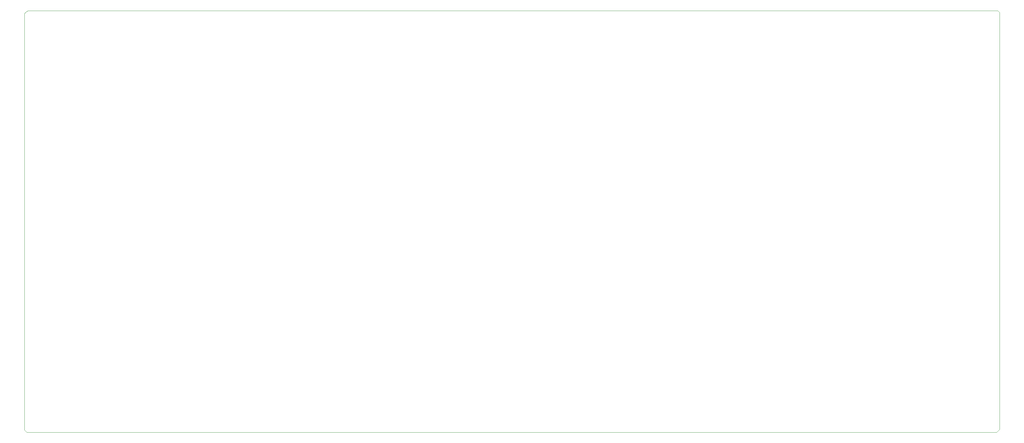
<source format=gm1>
%TF.GenerationSoftware,KiCad,Pcbnew,(5.1.6)-1*%
%TF.CreationDate,2020-07-30T22:43:25+09:00*%
%TF.ProjectId,keyboard_v2,6b657962-6f61-4726-945f-76322e6b6963,rev?*%
%TF.SameCoordinates,Original*%
%TF.FileFunction,Profile,NP*%
%FSLAX46Y46*%
G04 Gerber Fmt 4.6, Leading zero omitted, Abs format (unit mm)*
G04 Created by KiCad (PCBNEW (5.1.6)-1) date 2020-07-30 22:43:25*
%MOMM*%
%LPD*%
G01*
G04 APERTURE LIST*
%TA.AperFunction,Profile*%
%ADD10C,0.100000*%
%TD*%
G04 APERTURE END LIST*
D10*
X307053200Y90233500D02*
X307929280Y90980260D01*
X307934360Y90982800D02*
X307929280Y90982800D01*
X583783440Y90982800D02*
X307934360Y90982800D01*
X307053185Y-28433100D02*
X307693060Y-29133800D01*
X583410060Y-29133800D02*
X584278200Y-28255300D01*
X307053200Y90233500D02*
X307052980Y-28432760D01*
X584278200Y-28255300D02*
X584278200Y90484960D01*
X307693060Y-29133800D02*
X583410060Y-29133800D01*
X584278200Y90484960D02*
X583783440Y90982800D01*
M02*

</source>
